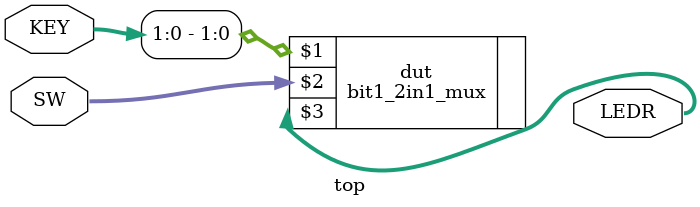
<source format=v>
module top (SW, KEY, LEDR);

    input wire [9:0] SW;        // DE-series switches
    input wire [3:0] KEY;       // DE-series pushbuttons

    output wire [9:0] LEDR;     // DE-series LEDs   

    bit1_2in1_mux dut (KEY[1:0], SW, LEDR);
 
endmodule


</source>
